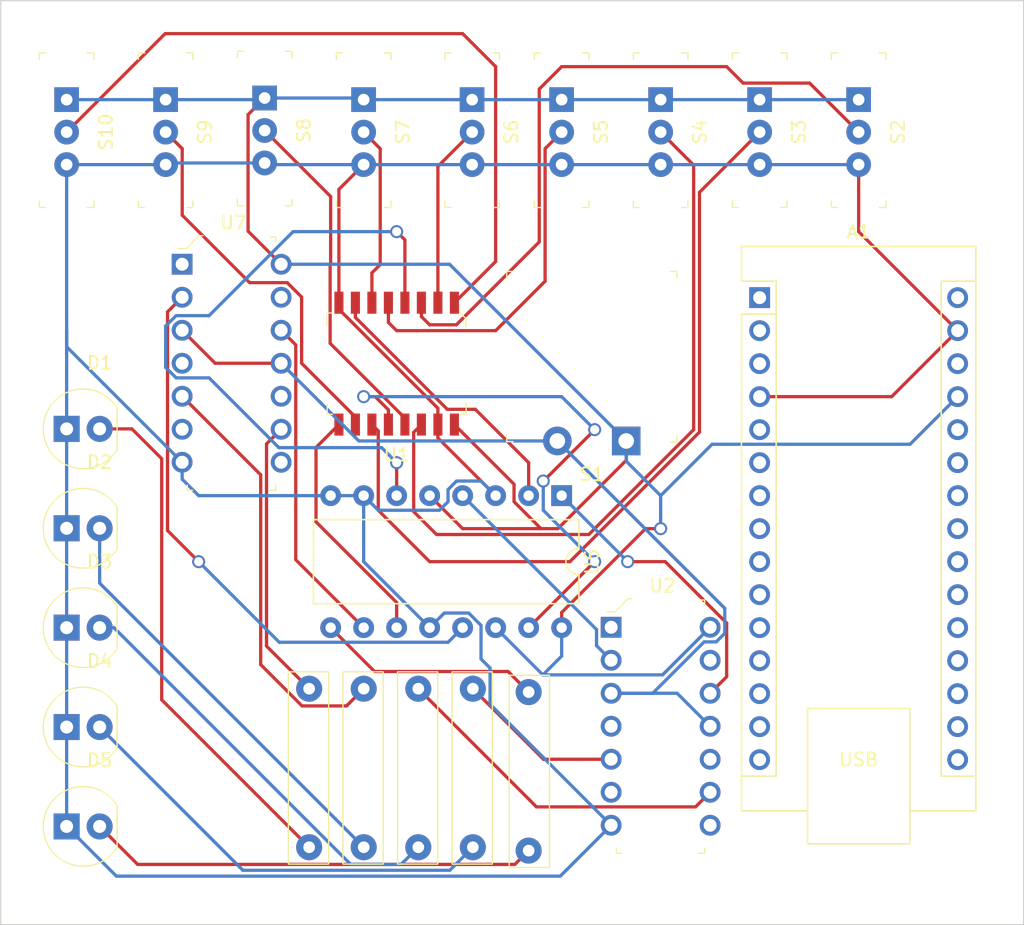
<source format=kicad_pcb>
(kicad_pcb (version 20221018) (generator pcbnew)
  (layers (0 "F.Cu" signal) (31 "B.Cu" signal) (34 "B.Paste" user) (35 "F.Paste" user) (36 "B.SilkS" user "B.Silkscreen") (37 "F.SilkS" user "F.Silkscreen") (38 "B.Mask" user) (39 "F.Mask" user) (44 "Edge.Cuts" user))
  (net 0 "")
  (net 1 "Net-(U1-I1a)")
  (net 2 "GND")
  (net 3 "Net-(U1-I0d)")
  (net 4 "Net-(U1-I0c)")
  (net 5 "Net-(U1-I0b)")
  (net 6 "Net-(U1-I0a)")
  (net 7 "Net-(U1-I1b)")
  (net 8 "Net-(U1-I1c)")
  (net 9 "Net-(U1-I1d)")
  (net 10 "Net-(U1-S)")
  (net 11 "Net-(U1-Zc)")
  (net 12 "Net-(U1-Zd)")
  (net 13 "Net-(U1-Za)")
  (net 14 "Net-(U1-Zb)")
  (net 15 "Net-(U2-1CLK)")
  (net 16 "Net-(D1-A)")
  (net 17 "Net-(D2-A)")
  (net 18 "Net-(D3-A)")
  (net 19 "Net-(D4-A)")
  (net 20 "Net-(D5-A)")
  (net 22 "Net-(U2-1D)")
  (net 24 "Net-(U2-1Q)")
  (net 27 "Net-(U2-2Q)")
  (net 29 "Net-(U2-2D)")
  (net 32 "Net-(U6-S3)")
  (net 34 "Net-(U7-1Q)")
  (net 37 "Net-(U7-2Q)")
  (net 39 "Net-(U6-S4)")
  (net 41 "Net-(U6-C4)")
  (net 42 "Net-(A1-+5V)")
  (footprint "digikey-footprints:PushButton_12x12mm_THT_GPTS203211B" (layer "F.Cu") (at 111.65 89.77 180)
    (fp_text reference "S1" (at 2.65 -2.57) (layer "F.SilkS"))
    (fp_text value "EG1218")
    (pad "1" thru_hole rect (at 0 0 180) (size 2.2 2.2) (drill 1.2) (layers "*.Cu" "*.Mask") (net 42 "Net-(A1-+5V)"))
    (pad "2" thru_hole circle (at 5.3 0 180) (size 2.2 2.2) (drill 1.2) (layers "*.Cu" "*.Mask") (net 15 "Net-(U2-1CLK)"))
  )
  (footprint "digikey-footprints:SOIC-16_W7.5mm" (layer "F.Cu") (at 93.98 83.82 180)
    (fp_text reference "U1" (at 0 -7) (layer "F.SilkS"))
    (fp_text value "74LS257")
    (pad "1" smd rect (at -4.445 4.69 180) (size 0.7 1.7) (layers "F.Cu" "F.Paste" "F.Mask") (net 10 "Net-(U1-S)"))
    (pad "2" smd rect (at -3.175 4.69 180) (size 0.7 1.7) (layers "F.Cu" "F.Paste" "F.Mask") (net 6 "Net-(U1-I0a)"))
    (pad "3" smd rect (at -1.905 4.69 180) (size 0.7 1.7) (layers "F.Cu" "F.Paste" "F.Mask") (net 1 "Net-(U1-I1a)"))
    (pad "4" smd rect (at -0.635 4.69 180) (size 0.7 1.7) (layers "F.Cu" "F.Paste" "F.Mask") (net 13 "Net-(U1-Za)"))
    (pad "5" smd rect (at 0.635 4.69 180) (size 0.7 1.7) (layers "F.Cu" "F.Paste" "F.Mask") (net 5 "Net-(U1-I0b)"))
    (pad "6" smd rect (at 1.905 4.69 180) (size 0.7 1.7) (layers "F.Cu" "F.Paste" "F.Mask") (net 7 "Net-(U1-I1b)"))
    (pad "7" smd rect (at 3.175 4.69 180) (size 0.7 1.7) (layers "F.Cu" "F.Paste" "F.Mask") (net 14 "Net-(U1-Zb)"))
    (pad "8" smd rect (at 4.445 4.69 180) (size 0.7 1.7) (layers "F.Cu" "F.Paste" "F.Mask") (net 2 "GND"))
    (pad "9" smd rect (at 4.445 -4.69 180) (size 0.7 1.7) (layers "F.Cu" "F.Paste" "F.Mask") (net 12 "Net-(U1-Zd)"))
    (pad "10" smd rect (at 3.175 -4.69 180) (size 0.7 1.7) (layers "F.Cu" "F.Paste" "F.Mask") (net 9 "Net-(U1-I1d)"))
    (pad "11" smd rect (at 1.905 -4.69 180) (size 0.7 1.7) (layers "F.Cu" "F.Paste" "F.Mask") (net 3 "Net-(U1-I0d)"))
    (pad "12" smd rect (at 0.635 -4.69 180) (size 0.7 1.7) (layers "F.Cu" "F.Paste" "F.Mask") (net 11 "Net-(U1-Zc)"))
    (pad "13" smd rect (at -0.635 -4.69 180) (size 0.7 1.7) (layers "F.Cu" "F.Paste" "F.Mask") (net 8 "Net-(U1-I1c)"))
    (pad "14" smd rect (at -1.905 -4.69 180) (size 0.7 1.7) (layers "F.Cu" "F.Paste" "F.Mask") (net 4 "Net-(U1-I0c)"))
    (pad "15" smd rect (at -3.175 -4.69 180) (size 0.7 1.7) (layers "F.Cu" "F.Paste" "F.Mask") (net 2 "GND"))
    (pad "16" smd rect (at -4.445 -4.69 180) (size 0.7 1.7) (layers "F.Cu" "F.Paste" "F.Mask") (net 42 "Net-(A1-+5V)"))
  )
  (footprint "digikey-footprints:DIP-14_W3mm" (layer "F.Cu") (at 77.47 76.17)
    (fp_text reference "U7" (at 3.94 -3.2) (layer "F.SilkS"))
    (fp_text value "SN74HC74N")
    (pad "1" thru_hole rect (at 0 0) (size 1.6 1.6) (drill 1) (layers "*.Cu" "*.Mask"))
    (pad "2" thru_hole circle (at 0 2.54) (size 1.6 1.6) (drill 1) (layers "*.Cu" "*.Mask") (net 32 "Net-(U6-S3)"))
    (pad "3" thru_hole circle (at 0 5.08) (size 1.6 1.6) (drill 1) (layers "*.Cu" "*.Mask") (net 15 "Net-(U2-1CLK)"))
    (pad "4" thru_hole circle (at 0 7.62) (size 1.6 1.6) (drill 1) (layers "*.Cu" "*.Mask"))
    (pad "5" thru_hole circle (at 0 10.16) (size 1.6 1.6) (drill 1) (layers "*.Cu" "*.Mask") (net 34 "Net-(U7-1Q)"))
    (pad "6" thru_hole circle (at 0 12.7) (size 1.6 1.6) (drill 1) (layers "*.Cu" "*.Mask"))
    (pad "7" thru_hole circle (at 0 15.24) (size 1.6 1.6) (drill 1) (layers "*.Cu" "*.Mask") (net 2 "GND"))
    (pad "8" thru_hole circle (at 7.62 15.24) (size 1.6 1.6) (drill 1) (layers "*.Cu" "*.Mask"))
    (pad "9" thru_hole circle (at 7.62 12.7) (size 1.6 1.6) (drill 1) (layers "*.Cu" "*.Mask") (net 37 "Net-(U7-2Q)"))
    (pad "10" thru_hole circle (at 7.62 10.16) (size 1.6 1.6) (drill 1) (layers "*.Cu" "*.Mask"))
    (pad "11" thru_hole circle (at 7.62 7.62) (size 1.6 1.6) (drill 1) (layers "*.Cu" "*.Mask") (net 15 "Net-(U2-1CLK)"))
    (pad "12" thru_hole circle (at 7.62 5.08) (size 1.6 1.6) (drill 1) (layers "*.Cu" "*.Mask") (net 39 "Net-(U6-S4)"))
    (pad "13" thru_hole circle (at 7.62 2.54) (size 1.6 1.6) (drill 1) (layers "*.Cu" "*.Mask"))
    (pad "14" thru_hole circle (at 7.62 0) (size 1.6 1.6) (drill 1) (layers "*.Cu" "*.Mask") (net 42 "Net-(A1-+5V)"))
  )
  (footprint "Userlib:R_1watt" (layer "F.Cu") (at 87.245 115.84 90)
    (fp_text reference "R1" hide)
    (fp_text value "330" hide)
    (pad "1" thru_hole circle (at 7 0 90) (size 2 2) (drill 0.9) (layers "*.Cu" "*.Mask") (net 37 "Net-(U7-2Q)"))
    (pad "2" thru_hole circle (at -5.2 0 90) (size 2 2) (drill 0.9) (layers "*.Cu" "*.Mask") (net 16 "Net-(D1-A)"))
  )
  (footprint "digikey-footprints:Switch_Slide_11.6x4mm_EG1218" (layer "F.Cu") (at 121.92 63.5 -90)
    (fp_text reference "S3" (at 2.49 -3.02 90) (layer "F.SilkS"))
    (fp_text value "EG1218")
    (pad "1" thru_hole rect (at 0 0 270) (size 1.9 1.9) (drill 0.9) (layers "*.Cu" "*.Mask") (net 42 "Net-(A1-+5V)"))
    (pad "2" thru_hole circle (at 2.5 0 270) (size 1.9 1.9) (drill 0.9) (layers "*.Cu" "*.Mask") (net 3 "Net-(U1-I0d)"))
    (pad "3" thru_hole circle (at 5 0 270) (size 1.9 1.9) (drill 0.9) (layers "*.Cu" "*.Mask") (net 2 "GND"))
  )
  (footprint "digikey-footprints:LED_5mm_Radial" (layer "F.Cu") (at 71.12 111.79)
    (fp_text reference "D4" (at 0 -5.08) (layer "F.SilkS"))
    (fp_text value "LED")
    (pad "1" thru_hole rect (at -2.54 0) (size 2 2) (drill 1) (layers "*.Cu" "*.Mask") (net 2 "GND"))
    (pad "2" thru_hole circle (at 0 0) (size 2 2) (drill 1) (layers "*.Cu" "*.Mask") (net 19 "Net-(D4-A)"))
  )
  (footprint "digikey-footprints:Switch_Slide_11.6x4mm_EG1218" (layer "F.Cu") (at 83.82 63.375 -90)
    (fp_text reference "S8" (at 2.49 -3.02 90) (layer "F.SilkS"))
    (fp_text value "EG1218")
    (pad "1" thru_hole rect (at 0 0 270) (size 1.9 1.9) (drill 0.9) (layers "*.Cu" "*.Mask") (net 42 "Net-(A1-+5V)"))
    (pad "2" thru_hole circle (at 2.5 0 270) (size 1.9 1.9) (drill 0.9) (layers "*.Cu" "*.Mask") (net 8 "Net-(U1-I1c)"))
    (pad "3" thru_hole circle (at 5 0 270) (size 1.9 1.9) (drill 0.9) (layers "*.Cu" "*.Mask") (net 2 "GND"))
  )
  (footprint "digikey-footprints:Switch_Slide_11.6x4mm_EG1218" (layer "F.Cu") (at 68.58 63.5 -90)
    (fp_text reference "S10" (at 2.49 -3.02 90) (layer "F.SilkS"))
    (fp_text value "EG1218")
    (pad "1" thru_hole rect (at 0 0 270) (size 1.9 1.9) (drill 0.9) (layers "*.Cu" "*.Mask") (net 42 "Net-(A1-+5V)"))
    (pad "2" thru_hole circle (at 2.5 0 270) (size 1.9 1.9) (drill 0.9) (layers "*.Cu" "*.Mask") (net 10 "Net-(U1-S)"))
    (pad "3" thru_hole circle (at 5 0 270) (size 1.9 1.9) (drill 0.9) (layers "*.Cu" "*.Mask") (net 2 "GND"))
  )
  (footprint "digikey-footprints:LED_5mm_Radial" (layer "F.Cu") (at 71.12 88.84)
    (fp_text reference "D1" (at 0 -5.08) (layer "F.SilkS"))
    (fp_text value "LED")
    (pad "1" thru_hole rect (at -2.54 0) (size 2 2) (drill 1) (layers "*.Cu" "*.Mask") (net 2 "GND"))
    (pad "2" thru_hole circle (at 0 0) (size 2 2) (drill 1) (layers "*.Cu" "*.Mask") (net 16 "Net-(D1-A)"))
  )
  (footprint "digikey-footprints:Switch_Slide_11.6x4mm_EG1218" (layer "F.Cu") (at 114.3 63.5 -90)
    (fp_text reference "S4" (at 2.49 -3.02 90) (layer "F.SilkS"))
    (fp_text value "EG1218")
    (pad "1" thru_hole rect (at 0 0 270) (size 1.9 1.9) (drill 0.9) (layers "*.Cu" "*.Mask") (net 42 "Net-(A1-+5V)"))
    (pad "2" thru_hole circle (at 2.5 0 270) (size 1.9 1.9) (drill 0.9) (layers "*.Cu" "*.Mask") (net 4 "Net-(U1-I0c)"))
    (pad "3" thru_hole circle (at 5 0 270) (size 1.9 1.9) (drill 0.9) (layers "*.Cu" "*.Mask") (net 2 "GND"))
  )
  (footprint "Package_DIP:DIP-16_W10.16mm" (layer "F.Cu") (at 106.68 93.98 -90)
    (fp_text reference "U6" (at 5.08 -2.33 90) (layer "F.SilkS"))
    (fp_text value "74LS283")
    (pad "1" thru_hole rect (at 0 0 270) (size 1.6 1.6) (drill 0.8) (layers "*.Cu" "*.Mask") (net 29 "Net-(U2-2D)"))
    (pad "2" thru_hole oval (at 0 2.54 270) (size 1.6 1.6) (drill 0.8) (layers "*.Cu" "*.Mask") (net 14 "Net-(U1-Zb)"))
    (pad "3" thru_hole oval (at 0 5.08 270) (size 1.6 1.6) (drill 0.8) (layers "*.Cu" "*.Mask") (net 2 "GND"))
    (pad "4" thru_hole oval (at 0 7.62 270) (size 1.6 1.6) (drill 0.8) (layers "*.Cu" "*.Mask") (net 22 "Net-(U2-1D)"))
    (pad "5" thru_hole oval (at 0 10.16 270) (size 1.6 1.6) (drill 0.8) (layers "*.Cu" "*.Mask") (net 42 "Net-(A1-+5V)"))
    (pad "6" thru_hole oval (at 0 12.7 270) (size 1.6 1.6) (drill 0.8) (layers "*.Cu" "*.Mask") (net 13 "Net-(U1-Za)"))
    (pad "7" thru_hole oval (at 0 15.24 270) (size 1.6 1.6) (drill 0.8) (layers "*.Cu" "*.Mask") (net 2 "GND"))
    (pad "8" thru_hole oval (at 0 17.78 270) (size 1.6 1.6) (drill 0.8) (layers "*.Cu" "*.Mask") (net 2 "GND"))
    (pad "9" thru_hole oval (at 10.16 17.78 270) (size 1.6 1.6) (drill 0.8) (layers "*.Cu" "*.Mask") (net 41 "Net-(U6-C4)"))
    (pad "10" thru_hole oval (at 10.16 15.24 270) (size 1.6 1.6) (drill 0.8) (layers "*.Cu" "*.Mask") (net 39 "Net-(U6-S4)"))
    (pad "11" thru_hole oval (at 10.16 12.7 270) (size 1.6 1.6) (drill 0.8) (layers "*.Cu" "*.Mask") (net 12 "Net-(U1-Zd)"))
    (pad "12" thru_hole oval (at 10.16 10.16 270) (size 1.6 1.6) (drill 0.8) (layers "*.Cu" "*.Mask") (net 2 "GND"))
    (pad "13" thru_hole oval (at 10.16 7.62 270) (size 1.6 1.6) (drill 0.8) (layers "*.Cu" "*.Mask") (net 32 "Net-(U6-S3)"))
    (pad "14" thru_hole oval (at 10.16 5.08 270) (size 1.6 1.6) (drill 0.8) (layers "*.Cu" "*.Mask") (net 42 "Net-(A1-+5V)"))
    (pad "15" thru_hole oval (at 10.16 2.54 270) (size 1.6 1.6) (drill 0.8) (layers "*.Cu" "*.Mask") (net 11 "Net-(U1-Zc)"))
    (pad "16" thru_hole oval (at 10.16 0 270) (size 1.6 1.6) (drill 0.8) (layers "*.Cu" "*.Mask") (net 42 "Net-(A1-+5V)"))
  )
  (footprint "Module:Arduino_Nano" (layer "F.Cu") (at 121.92 78.74)
    (fp_text reference "A1" (at 7.62 -5.08) (layer "F.SilkS"))
    (fp_text value "Arduino_Nano_v3.x")
    (fp_text user "USB" (at 7.62 35.56 unlocked) (layer "F.SilkS"))
    (pad "1" thru_hole rect (at 0 0) (size 1.6 1.6) (drill 1) (layers "*.Cu" "*.Mask"))
    (pad "2" thru_hole oval (at 0 2.54) (size 1.6 1.6) (drill 1) (layers "*.Cu" "*.Mask"))
    (pad "3" thru_hole oval (at 0 5.08) (size 1.6 1.6) (drill 1) (layers "*.Cu" "*.Mask"))
    (pad "4" thru_hole oval (at 0 7.62) (size 1.6 1.6) (drill 1) (layers "*.Cu" "*.Mask") (net 2 "GND"))
    (pad "5" thru_hole oval (at 0 10.16) (size 1.6 1.6) (drill 1) (layers "*.Cu" "*.Mask"))
    (pad "6" thru_hole oval (at 0 12.7) (size 1.6 1.6) (drill 1) (layers "*.Cu" "*.Mask"))
    (pad "7" thru_hole oval (at 0 15.24) (size 1.6 1.6) (drill 1) (layers "*.Cu" "*.Mask"))
    (pad "8" thru_hole oval (at 0 17.78) (size 1.6 1.6) (drill 1) (layers "*.Cu" "*.Mask"))
    (pad "9" thru_hole oval (at 0 20.32) (size 1.6 1.6) (drill 1) (layers "*.Cu" "*.Mask"))
    (pad "10" thru_hole oval (at 0 22.86) (size 1.6 1.6) (drill 1) (layers "*.Cu" "*.Mask"))
    (pad "11" thru_hole oval (at 0 25.4) (size 1.6 1.6) (drill 1) (layers "*.Cu" "*.Mask"))
    (pad "12" thru_hole oval (at 0 27.94) (size 1.6 1.6) (drill 1) (layers "*.Cu" "*.Mask"))
    (pad "13" thru_hole oval (at 0 30.48) (size 1.6 1.6) (drill 1) (layers "*.Cu" "*.Mask"))
    (pad "14" thru_hole oval (at 0 33.02) (size 1.6 1.6) (drill 1) (layers "*.Cu" "*.Mask"))
    (pad "15" thru_hole oval (at 0 35.56) (size 1.6 1.6) (drill 1) (layers "*.Cu" "*.Mask"))
    (pad "16" thru_hole oval (at 15.24 35.56) (size 1.6 1.6) (drill 1) (layers "*.Cu" "*.Mask"))
    (pad "17" thru_hole oval (at 15.24 33.02) (size 1.6 1.6) (drill 1) (layers "*.Cu" "*.Mask"))
    (pad "18" thru_hole oval (at 15.24 30.48) (size 1.6 1.6) (drill 1) (layers "*.Cu" "*.Mask"))
    (pad "19" thru_hole oval (at 15.24 27.94) (size 1.6 1.6) (drill 1) (layers "*.Cu" "*.Mask"))
    (pad "20" thru_hole oval (at 15.24 25.4) (size 1.6 1.6) (drill 1) (layers "*.Cu" "*.Mask"))
    (pad "21" thru_hole oval (at 15.24 22.86) (size 1.6 1.6) (drill 1) (layers "*.Cu" "*.Mask"))
    (pad "22" thru_hole oval (at 15.24 20.32) (size 1.6 1.6) (drill 1) (layers "*.Cu" "*.Mask"))
    (pad "23" thru_hole oval (at 15.24 17.78) (size 1.6 1.6) (drill 1) (layers "*.Cu" "*.Mask"))
    (pad "24" thru_hole oval (at 15.24 15.24) (size 1.6 1.6) (drill 1) (layers "*.Cu" "*.Mask"))
    (pad "25" thru_hole oval (at 15.24 12.7) (size 1.6 1.6) (drill 1) (layers "*.Cu" "*.Mask"))
    (pad "26" thru_hole oval (at 15.24 10.16) (size 1.6 1.6) (drill 1) (layers "*.Cu" "*.Mask"))
    (pad "27" thru_hole oval (at 15.24 7.62) (size 1.6 1.6) (drill 1) (layers "*.Cu" "*.Mask") (net 42 "Net-(A1-+5V)"))
    (pad "28" thru_hole oval (at 15.24 5.08) (size 1.6 1.6) (drill 1) (layers "*.Cu" "*.Mask"))
    (pad "29" thru_hole oval (at 15.24 2.54) (size 1.6 1.6) (drill 1) (layers "*.Cu" "*.Mask") (net 2 "GND"))
    (pad "30" thru_hole oval (at 15.24 0) (size 1.6 1.6) (drill 1) (layers "*.Cu" "*.Mask"))
  )
  (footprint "digikey-footprints:Switch_Slide_11.6x4mm_EG1218" (layer "F.Cu") (at 99.79 63.5 -90)
    (fp_text reference "S6" (at 2.49 -3.02 90) (layer "F.SilkS"))
    (fp_text value "EG1218")
    (pad "1" thru_hole rect (at 0 0 270) (size 1.9 1.9) (drill 0.9) (layers "*.Cu" "*.Mask") (net 42 "Net-(A1-+5V)"))
    (pad "2" thru_hole circle (at 2.5 0 270) (size 1.9 1.9) (drill 0.9) (layers "*.Cu" "*.Mask") (net 6 "Net-(U1-I0a)"))
    (pad "3" thru_hole circle (at 5 0 270) (size 1.9 1.9) (drill 0.9) (layers "*.Cu" "*.Mask") (net 2 "GND"))
  )
  (footprint "digikey-footprints:LED_5mm_Radial" (layer "F.Cu") (at 71.12 96.49)
    (fp_text reference "D2" (at 0 -5.08) (layer "F.SilkS"))
    (fp_text value "LED")
    (pad "1" thru_hole rect (at -2.54 0) (size 2 2) (drill 1) (layers "*.Cu" "*.Mask") (net 2 "GND"))
    (pad "2" thru_hole circle (at 0 0) (size 2 2) (drill 1) (layers "*.Cu" "*.Mask") (net 17 "Net-(D2-A)"))
  )
  (footprint "digikey-footprints:DIP-14_W3mm" (layer "F.Cu") (at 110.49 104.11)
    (fp_text reference "U2" (at 3.94 -3.2) (layer "F.SilkS"))
    (fp_text value "SN74HC74N")
    (pad "1" thru_hole rect (at 0 0) (size 1.6 1.6) (drill 1) (layers "*.Cu" "*.Mask"))
    (pad "2" thru_hole circle (at 0 2.54) (size 1.6 1.6) (drill 1) (layers "*.Cu" "*.Mask") (net 22 "Net-(U2-1D)"))
    (pad "3" thru_hole circle (at 0 5.08) (size 1.6 1.6) (drill 1) (layers "*.Cu" "*.Mask") (net 15 "Net-(U2-1CLK)"))
    (pad "4" thru_hole circle (at 0 7.62) (size 1.6 1.6) (drill 1) (layers "*.Cu" "*.Mask"))
    (pad "5" thru_hole circle (at 0 10.16) (size 1.6 1.6) (drill 1) (layers "*.Cu" "*.Mask") (net 24 "Net-(U2-1Q)"))
    (pad "6" thru_hole circle (at 0 12.7) (size 1.6 1.6) (drill 1) (layers "*.Cu" "*.Mask"))
    (pad "7" thru_hole circle (at 0 15.24) (size 1.6 1.6) (drill 1) (layers "*.Cu" "*.Mask") (net 2 "GND"))
    (pad "8" thru_hole circle (at 7.62 15.24) (size 1.6 1.6) (drill 1) (layers "*.Cu" "*.Mask"))
    (pad "9" thru_hole circle (at 7.62 12.7) (size 1.6 1.6) (drill 1) (layers "*.Cu" "*.Mask") (net 27 "Net-(U2-2Q)"))
    (pad "10" thru_hole circle (at 7.62 10.16) (size 1.6 1.6) (drill 1) (layers "*.Cu" "*.Mask"))
    (pad "11" thru_hole circle (at 7.62 7.62) (size 1.6 1.6) (drill 1) (layers "*.Cu" "*.Mask") (net 15 "Net-(U2-1CLK)"))
    (pad "12" thru_hole circle (at 7.62 5.08) (size 1.6 1.6) (drill 1) (layers "*.Cu" "*.Mask") (net 29 "Net-(U2-2D)"))
    (pad "13" thru_hole circle (at 7.62 2.54) (size 1.6 1.6) (drill 1) (layers "*.Cu" "*.Mask"))
    (pad "14" thru_hole circle (at 7.62 0) (size 1.6 1.6) (drill 1) (layers "*.Cu" "*.Mask") (net 42 "Net-(A1-+5V)"))
  )
  (footprint "digikey-footprints:LED_5mm_Radial" (layer "F.Cu") (at 71.12 104.14)
    (fp_text reference "D3" (at 0 -5.08) (layer "F.SilkS"))
    (fp_text value "LED")
    (pad "1" thru_hole rect (at -2.54 0) (size 2 2) (drill 1) (layers "*.Cu" "*.Mask") (net 2 "GND"))
    (pad "2" thru_hole circle (at 0 0) (size 2 2) (drill 1) (layers "*.Cu" "*.Mask") (net 18 "Net-(D3-A)"))
  )
  (footprint "Userlib:R_1watt" (layer "F.Cu") (at 91.445 115.84 90)
    (fp_text reference "R2" hide)
    (fp_text value "330" hide)
    (pad "1" thru_hole circle (at 7 0 90) (size 2 2) (drill 0.9) (layers "*.Cu" "*.Mask") (net 34 "Net-(U7-1Q)"))
    (pad "2" thru_hole circle (at -5.2 0 90) (size 2 2) (drill 0.9) (layers "*.Cu" "*.Mask") (net 17 "Net-(D2-A)"))
  )
  (footprint "digikey-footprints:Switch_Slide_11.6x4mm_EG1218" (layer "F.Cu") (at 106.68 63.5 -90)
    (fp_text reference "S5" (at 2.49 -3.02 90) (layer "F.SilkS"))
    (fp_text value "EG1218")
    (pad "1" thru_hole rect (at 0 0 270) (size 1.9 1.9) (drill 0.9) (layers "*.Cu" "*.Mask") (net 42 "Net-(A1-+5V)"))
    (pad "2" thru_hole circle (at 2.5 0 270) (size 1.9 1.9) (drill 0.9) (layers "*.Cu" "*.Mask") (net 5 "Net-(U1-I0b)"))
    (pad "3" thru_hole circle (at 5 0 270) (size 1.9 1.9) (drill 0.9) (layers "*.Cu" "*.Mask") (net 2 "GND"))
  )
  (footprint "Userlib:R_1watt" (layer "F.Cu") (at 104.14 114.3 -90)
    (fp_text reference "R5" hide)
    (fp_text value "330" hide)
    (pad "1" thru_hole circle (at 7 0 270) (size 2 2) (drill 0.9) (layers "*.Cu" "*.Mask") (net 20 "Net-(D5-A)"))
    (pad "2" thru_hole circle (at -5.2 0 270) (size 2 2) (drill 0.9) (layers "*.Cu" "*.Mask") (net 41 "Net-(U6-C4)"))
  )
  (footprint "Userlib:R_1watt" (layer "F.Cu") (at 95.645 115.84 90)
    (fp_text reference "R3" hide)
    (fp_text value "330" hide)
    (pad "1" thru_hole circle (at 7 0 90) (size 2 2) (drill 0.9) (layers "*.Cu" "*.Mask") (net 27 "Net-(U2-2Q)"))
    (pad "2" thru_hole circle (at -5.2 0 90) (size 2 2) (drill 0.9) (layers "*.Cu" "*.Mask") (net 18 "Net-(D3-A)"))
  )
  (footprint "Userlib:R_1watt" (layer "F.Cu") (at 99.845 115.84 90)
    (fp_text reference "R4" hide)
    (fp_text value "330" hide)
    (pad "1" thru_hole circle (at 7 0 90) (size 2 2) (drill 0.9) (layers "*.Cu" "*.Mask") (net 24 "Net-(U2-1Q)"))
    (pad "2" thru_hole circle (at -5.2 0 90) (size 2 2) (drill 0.9) (layers "*.Cu" "*.Mask") (net 19 "Net-(D4-A)"))
  )
  (footprint "digikey-footprints:Switch_Slide_11.6x4mm_EG1218" (layer "F.Cu") (at 76.2 63.5 -90)
    (fp_text reference "S9" (at 2.49 -3.02 90) (layer "F.SilkS"))
    (fp_text value "EG1218")
    (pad "1" thru_hole rect (at 0 0 270) (size 1.9 1.9) (drill 0.9) (layers "*.Cu" "*.Mask") (net 42 "Net-(A1-+5V)"))
    (pad "2" thru_hole circle (at 2.5 0 270) (size 1.9 1.9) (drill 0.9) (layers "*.Cu" "*.Mask") (net 9 "Net-(U1-I1d)"))
    (pad "3" thru_hole circle (at 5 0 270) (size 1.9 1.9) (drill 0.9) (layers "*.Cu" "*.Mask") (net 2 "GND"))
  )
  (footprint "digikey-footprints:LED_5mm_Radial" (layer "F.Cu") (at 71.12 119.44)
    (fp_text reference "D5" (at 0 -5.08) (layer "F.SilkS"))
    (fp_text value "LED")
    (pad "1" thru_hole rect (at -2.54 0) (size 2 2) (drill 1) (layers "*.Cu" "*.Mask") (net 2 "GND"))
    (pad "2" thru_hole circle (at 0 0) (size 2 2) (drill 1) (layers "*.Cu" "*.Mask") (net 20 "Net-(D5-A)"))
  )
  (footprint "digikey-footprints:Switch_Slide_11.6x4mm_EG1218" (layer "F.Cu") (at 91.44 63.5 -90)
    (fp_text reference "S7" (at 2.49 -3.02 90) (layer "F.SilkS"))
    (fp_text value "EG1218")
    (pad "1" thru_hole rect (at 0 0 270) (size 1.9 1.9) (drill 0.9) (layers "*.Cu" "*.Mask") (net 42 "Net-(A1-+5V)"))
    (pad "2" thru_hole circle (at 2.5 0 270) (size 1.9 1.9) (drill 0.9) (layers "*.Cu" "*.Mask") (net 7 "Net-(U1-I1b)"))
    (pad "3" thru_hole circle (at 5 0 270) (size 1.9 1.9) (drill 0.9) (layers "*.Cu" "*.Mask") (net 2 "GND"))
  )
  (footprint "digikey-footprints:Switch_Slide_11.6x4mm_EG1218" (layer "F.Cu") (at 129.54 63.5 -90)
    (fp_text reference "S2" (at 2.49 -3.02 90) (layer "F.SilkS"))
    (fp_text value "EG1218")
    (pad "1" thru_hole rect (at 0 0 270) (size 1.9 1.9) (drill 0.9) (layers "*.Cu" "*.Mask") (net 42 "Net-(A1-+5V)"))
    (pad "2" thru_hole circle (at 2.5 0 270) (size 1.9 1.9) (drill 0.9) (layers "*.Cu" "*.Mask") (net 1 "Net-(U1-I1a)"))
    (pad "3" thru_hole circle (at 5 0 270) (size 1.9 1.9) (drill 0.9) (layers "*.Cu" "*.Mask") (net 2 "GND"))
  )
  (gr_rect (start 63.5 55.88) (end 142.24 127) (stroke (width 0.1)) (fill none) (layer "Edge.Cuts"))
  (segment (start 104.955 62.685) (end 106.68 60.96) (width 0.25) (layer "F.Cu") (net 1))
  (segment (start 98.575 80.83) (end 104.955 74.45) (width 0.25) (layer "F.Cu") (net 1))
  (segment (start 96.52 80.83) (end 98.575 80.83) (width 0.25) (layer "F.Cu") (net 1))
  (segment (start 104.955 74.45) (end 104.955 62.685) (width 0.25) (layer "F.Cu") (net 1))
  (segment (start 106.68 60.96) (end 119.38 60.96) (width 0.25) (layer "F.Cu") (net 1))
  (segment (start 95.885 79.13) (end 95.885 80.195) (width 0.25) (layer "F.Cu") (net 1))
  (segment (start 95.885 80.195) (end 96.52 80.83) (width 0.25) (layer "F.Cu") (net 1))
  (segment (start 120.645 62.225) (end 125.765 62.225) (width 0.25) (layer "F.Cu") (net 1))
  (segment (start 125.765 62.225) (end 129.54 66) (width 0.25) (layer "F.Cu") (net 1))
  (segment (start 119.38 60.96) (end 120.645 62.225) (width 0.25) (layer "F.Cu") (net 1))
  (segment (start 89.535 79.13) (end 89.535 70.405) (width 0.25) (layer "F.Cu") (net 2))
  (segment (start 83.695 68.5) (end 83.82 68.375) (width 0.25) (layer "F.Cu") (net 2))
  (segment (start 89.535 79.13) (end 89.535 79.63) (width 0.25) (layer "F.Cu") (net 2))
  (segment (start 97.155 87.25) (end 97.155 88.51) (width 0.25) (layer "F.Cu") (net 2))
  (segment (start 121.92 86.36) (end 132.08 86.36) (width 0.25) (layer "F.Cu") (net 2))
  (segment (start 129.54 73.66) (end 129.54 68.5) (width 0.25) (layer "F.Cu") (net 2))
  (segment (start 89.535 70.405) (end 91.44 68.5) (width 0.25) (layer "F.Cu") (net 2))
  (segment (start 89.535 79.63) (end 97.155 87.25) (width 0.25) (layer "F.Cu") (net 2))
  (segment (start 132.08 86.36) (end 137.16 81.28) (width 0.25) (layer "F.Cu") (net 2))
  (segment (start 137.16 81.28) (end 129.54 73.66) (width 0.25) (layer "F.Cu") (net 2))
  (segment (start 97.155 88.51) (end 97.155 89.535) (width 0.25) (layer "F.Cu") (net 2))
  (segment (start 97.155 89.535) (end 101.6 93.98) (width 0.25) (layer "F.Cu") (net 2))
  (segment (start 91.315 68.375) (end 91.44 68.5) (width 0.25) (layer "F.Cu") (net 2))
  (segment (start 68.58 88.84) (end 68.58 96.49) (width 0.25) (layer "B.Cu") (net 2))
  (segment (start 77.47 91.41) (end 77.47 92.71) (width 0.25) (layer "B.Cu") (net 2))
  (segment (start 129.54 68.5) (end 121.92 68.5) (width 0.25) (layer "B.Cu") (net 2))
  (segment (start 78.74 93.98) (end 88.9 93.98) (width 0.25) (layer "B.Cu") (net 2))
  (segment (start 68.58 96.49) (end 68.58 104.14) (width 0.25) (layer "B.Cu") (net 2))
  (segment (start 100.475 103.964009) (end 100.475 106.553833) (width 0.25) (layer "B.Cu") (net 2))
  (segment (start 91.44 93.98) (end 92.565 95.105) (width 0.25) (layer "B.Cu") (net 2))
  (segment (start 92.565 95.105) (end 97.275991 95.105) (width 0.25) (layer "B.Cu") (net 2))
  (segment (start 88.9 93.98) (end 91.44 93.98) (width 0.25) (layer "B.Cu") (net 2))
  (segment (start 68.58 82.52) (end 77.47 91.41) (width 0.25) (layer "B.Cu") (net 2))
  (segment (start 106.575 123.265) (end 110.49 119.35) (width 0.25) (layer "B.Cu") (net 2))
  (segment (start 77.47 92.71) (end 78.74 93.98) (width 0.25) (layer "B.Cu") (net 2))
  (segment (start 72.405 123.265) (end 106.575 123.265) (width 0.25) (layer "B.Cu") (net 2))
  (segment (start 97.645 103.015) (end 99.525991 103.015) (width 0.25) (layer "B.Cu") (net 2))
  (segment (start 68.58 111.79) (end 68.58 119.44) (width 0.25) (layer "B.Cu") (net 2))
  (segment (start 97.275991 95.105) (end 97.935 94.445991) (width 0.25) (layer "B.Cu") (net 2))
  (segment (start 99.525991 103.015) (end 100.475 103.964009) (width 0.25) (layer "B.Cu") (net 2))
  (segment (start 68.58 104.14) (end 68.58 111.79) (width 0.25) (layer "B.Cu") (net 2))
  (segment (start 76.325 68.375) (end 76.2 68.5) (width 0.25) (layer "B.Cu") (net 2))
  (segment (start 100.475 92.855) (end 101.6 93.98) (width 0.25) (layer "B.Cu") (net 2))
  (segment (start 114.3 68.5) (end 106.68 68.5) (width 0.25) (layer "B.Cu") (net 2))
  (segment (start 76.2 68.5) (end 68.58 68.5) (width 0.25) (layer "B.Cu") (net 2))
  (segment (start 101.17 110.03) (end 110.49 119.35) (width 0.25) (layer "B.Cu") (net 2))
  (segment (start 91.44 93.98) (end 91.44 99.06) (width 0.25) (layer "B.Cu") (net 2))
  (segment (start 68.58 68.5) (end 68.58 81.28) (width 0.25) (layer "B.Cu") (net 2))
  (segment (start 106.68 68.5) (end 99.79 68.5) (width 0.25) (layer "B.Cu") (net 2))
  (segment (start 68.58 81.28) (end 68.58 82.52) (width 0.25) (layer "B.Cu") (net 2))
  (segment (start 83.82 68.375) (end 76.325 68.375) (width 0.25) (layer "B.Cu") (net 2))
  (segment (start 68.58 119.44) (end 72.405 123.265) (width 0.25) (layer "B.Cu") (net 2))
  (segment (start 97.935 93.514009) (end 98.594009 92.855) (width 0.25) (layer "B.Cu") (net 2))
  (segment (start 83.945 68.5) (end 83.82 68.375) (width 0.25) (layer "B.Cu") (net 2))
  (segment (start 96.52 104.14) (end 97.645 103.015) (width 0.25) (layer "B.Cu") (net 2))
  (segment (start 98.594009 92.855) (end 100.475 92.855) (width 0.25) (layer "B.Cu") (net 2))
  (segment (start 97.935 94.445991) (end 97.935 93.514009) (width 0.25) (layer "B.Cu") (net 2))
  (segment (start 91.44 68.5) (end 83.945 68.5) (width 0.25) (layer "B.Cu") (net 2))
  (segment (start 99.79 68.5) (end 91.44 68.5) (width 0.25) (layer "B.Cu") (net 2))
  (segment (start 100.475 106.553833) (end 101.17 107.248833) (width 0.25) (layer "B.Cu") (net 2))
  (segment (start 101.17 107.248833) (end 101.17 110.03) (width 0.25) (layer "B.Cu") (net 2))
  (segment (start 91.44 99.06) (end 96.52 104.14) (width 0.25) (layer "B.Cu") (net 2))
  (segment (start 121.92 68.5) (end 114.3 68.5) (width 0.25) (layer "B.Cu") (net 2))
  (segment (start 68.58 88.84) (end 68.58 81.28) (width 0.25) (layer "B.Cu") (net 2))
  (segment (start 92.565 95.105) (end 96.52 99.06) (width 0.25) (layer "F.Cu") (net 3))
  (segment (start 107.316396 99.06) (end 117.29 89.086396) (width 0.25) (layer "F.Cu") (net 3))
  (segment (start 117.29 70.63) (end 121.92 66) (width 0.25) (layer "F.Cu") (net 3))
  (segment (start 92.075 88.51) (end 92.565 89) (width 0.25) (layer "F.Cu") (net 3))
  (segment (start 117.29 89.086396) (end 117.29 70.63) (width 0.25) (layer "F.Cu") (net 3))
  (segment (start 92.565 89) (end 92.565 95.105) (width 0.25) (layer "F.Cu") (net 3))
  (segment (start 96.52 99.06) (end 107.316396 99.06) (width 0.25) (layer "F.Cu") (net 3))
  (segment (start 97.05 96.97) (end 108.77 96.97) (width 0.25) (layer "F.Cu") (net 4))
  (segment (start 95.29 95.21) (end 97.05 96.97) (width 0.25) (layer "F.Cu") (net 4))
  (segment (start 95.29 89.105) (end 95.29 95.21) (width 0.25) (layer "F.Cu") (net 4))
  (segment (start 116.84 68.54) (end 114.3 66) (width 0.25) (layer "F.Cu") (net 4))
  (segment (start 95.885 88.51) (end 95.29 89.105) (width 0.25) (layer "F.Cu") (net 4))
  (segment (start 116.84 88.9) (end 116.84 68.54) (width 0.25) (layer "F.Cu") (net 4))
  (segment (start 108.77 96.97) (end 116.84 88.9) (width 0.25) (layer "F.Cu") (net 4))
  (segment (start 93.345 79.13) (end 93.345 80.645) (width 0.25) (layer "F.Cu") (net 5))
  (segment (start 105.405 77.475) (end 105.405 67.275) (width 0.25) (layer "F.Cu") (net 5))
  (segment (start 105.405 67.275) (end 106.68 66) (width 0.25) (layer "F.Cu") (net 5))
  (segment (start 93.345 80.645) (end 93.98 81.28) (width 0.25) (layer "F.Cu") (net 5))
  (segment (start 101.6 81.28) (end 105.405 77.475) (width 0.25) (layer "F.Cu") (net 5))
  (segment (start 93.98 81.28) (end 101.6 81.28) (width 0.25) (layer "F.Cu") (net 5))
  (segment (start 97.155 79.13) (end 97.155 68.635) (width 0.25) (layer "F.Cu") (net 6))
  (segment (start 97.155 68.635) (end 99.79 66) (width 0.25) (layer "F.Cu") (net 6))
  (segment (start 92.715 76.195) (end 92.715 67.275) (width 0.25) (layer "F.Cu") (net 7))
  (segment (start 92.075 79.13) (end 92.075 76.835) (width 0.25) (layer "F.Cu") (net 7))
  (segment (start 92.075 76.835) (end 92.715 76.195) (width 0.25) (layer "F.Cu") (net 7))
  (segment (start 92.715 67.275) (end 91.44 66) (width 0.25) (layer "F.Cu") (net 7))
  (segment (start 94.615 88.51) (end 94.615 88.01) (width 0.25) (layer "F.Cu") (net 8))
  (segment (start 94.615 88.01) (end 88.86 82.255) (width 0.25) (layer "F.Cu") (net 8))
  (segment (start 88.86 82.255) (end 88.86 76.24) (width 0.25) (layer "F.Cu") (net 8))
  (segment (start 88.86 76.24) (end 88.9 76.2) (width 0.25) (layer "F.Cu") (net 8))
  (segment (start 88.9 70.955) (end 83.82 65.875) (width 0.25) (layer "F.Cu") (net 8))
  (segment (start 88.9 76.2) (end 88.9 70.955) (width 0.25) (layer "F.Cu") (net 8))
  (segment (start 90.805 87.93) (end 90.805 88.51) (width 0.25) (layer "F.Cu") (net 9))
  (segment (start 82.665 77.585) (end 85.555991 77.585) (width 0.25) (layer "F.Cu") (net 9))
  (segment (start 77.475 67.275) (end 77.475 72.395) (width 0.25) (layer "F.Cu") (net 9))
  (segment (start 86.665 78.694009) (end 86.665 83.79) (width 0.25) (layer "F.Cu") (net 9))
  (segment (start 77.475 72.395) (end 82.665 77.585) (width 0.25) (layer "F.Cu") (net 9))
  (segment (start 86.665 83.79) (end 90.805 87.93) (width 0.25) (layer "F.Cu") (net 9))
  (segment (start 85.555991 77.585) (end 86.665 78.694009) (width 0.25) (layer "F.Cu") (net 9))
  (segment (start 76.2 66) (end 77.475 67.275) (width 0.25) (layer "F.Cu") (net 9))
  (segment (start 99.06 58.42) (end 76.16 58.42) (width 0.25) (layer "F.Cu") (net 10))
  (segment (start 76.16 58.42) (end 68.58 66) (width 0.25) (layer "F.Cu") (net 10))
  (segment (start 101.6 75.955) (end 101.6 60.96) (width 0.25) (layer "F.Cu") (net 10))
  (segment (start 98.425 79.13) (end 101.6 75.955) (width 0.25) (layer "F.Cu") (net 10))
  (segment (start 101.6 60.96) (end 99.06 58.42) (width 0.25) (layer "F.Cu") (net 10))
  (segment (start 109.22 99.06) (end 104.14 104.14) (width 0.25) (layer "F.Cu") (net 11))
  (segment (start 93.345 88.51) (end 93.345 87.376396) (width 0.25) (layer "F.Cu") (net 11))
  (segment (start 93.345 87.376396) (end 92.328604 86.36) (width 0.25) (layer "F.Cu") (net 11))
  (segment (start 109.22 88.915255) (end 105.282081 92.853174) (width 0.25) (layer "F.Cu") (net 11))
  (segment (start 109.22 88.9) (end 109.22 88.915255) (width 0.25) (layer "F.Cu") (net 11))
  (segment (start 105.282081 92.853174) (end 105.261545 92.853174) (width 0.25) (layer "F.Cu") (net 11))
  (segment (start 92.328604 86.36) (end 91.44 86.36) (width 0.25) (layer "F.Cu") (net 11))
  (via (at 105.261545 92.853174) (size 1) (drill 0.7) (layers "F.Cu" "B.Cu") (net 11))
  (via (at 109.22 88.9) (size 1) (drill 0.7) (layers "F.Cu" "B.Cu") (net 11))
  (via (at 91.44 86.36) (size 1) (drill 0.7) (layers "F.Cu" "B.Cu") (net 11))
  (via (at 109.22 99.06) (size 1) (drill 0.7) (layers "F.Cu" "B.Cu") (net 11))
  (segment (start 105.265 95.105) (end 109.22 99.06) (width 0.25) (layer "B.Cu") (net 11))
  (segment (start 105.261545 92.853174) (end 105.265 92.856629) (width 0.25) (layer "B.Cu") (net 11))
  (segment (start 105.265 92.856629) (end 105.265 95.105) (width 0.25) (layer "B.Cu") (net 11))
  (segment (start 106.68 86.36) (end 109.22 88.9) (width 0.25) (layer "B.Cu") (net 11))
  (segment (start 91.44 86.36) (end 106.68 86.36) (width 0.25) (layer "B.Cu") (net 11))
  (segment (start 93.98 102.203604) (end 93.98 104.14) (width 0.25) (layer "F.Cu") (net 12))
  (segment (start 87.775 95.998604) (end 93.98 102.203604) (width 0.25) (layer "F.Cu") (net 12))
  (segment (start 87.775 90.27) (end 87.775 95.998604) (width 0.25) (layer "F.Cu") (net 12))
  (segment (start 89.535 88.51) (end 87.775 90.27) (width 0.25) (layer "F.Cu") (net 12))
  (segment (start 93.98 73.66) (end 94.615 74.295) (width 0.25) (layer "F.Cu") (net 13))
  (segment (start 94.615 74.295) (end 94.615 79.13) (width 0.25) (layer "F.Cu") (net 13))
  (segment (start 93.98 93.98) (end 93.98 91.44) (width 0.25) (layer "F.Cu") (net 13))
  (via (at 93.98 73.66) (size 1) (drill 0.7) (layers "F.Cu" "B.Cu") (net 13))
  (via (at 93.98 91.44) (size 1) (drill 0.7) (layers "F.Cu" "B.Cu") (net 13))
  (segment (start 92.825 90.285) (end 84.914009 90.285) (width 0.25) (layer "B.Cu") (net 13))
  (segment (start 86.009009 73.66) (end 93.98 73.66) (width 0.25) (layer "B.Cu") (net 13))
  (segment (start 93.98 91.44) (end 92.825 90.285) (width 0.25) (layer "B.Cu") (net 13))
  (segment (start 76.2 80.929009) (end 77.004009 80.125) (width 0.25) (layer "B.Cu") (net 13))
  (segment (start 77.004009 84.915) (end 76.2 84.110991) (width 0.25) (layer "B.Cu") (net 13))
  (segment (start 77.004009 80.125) (end 79.544009 80.125) (width 0.25) (layer "B.Cu") (net 13))
  (segment (start 79.544009 84.915) (end 77.004009 84.915) (width 0.25) (layer "B.Cu") (net 13))
  (segment (start 84.914009 90.285) (end 79.544009 84.915) (width 0.25) (layer "B.Cu") (net 13))
  (segment (start 79.544009 80.125) (end 86.009009 73.66) (width 0.25) (layer "B.Cu") (net 13))
  (segment (start 76.2 84.110991) (end 76.2 80.929009) (width 0.25) (layer "B.Cu") (net 13))
  (segment (start 100.035 87.335) (end 104.14 91.44) (width 0.25) (layer "F.Cu") (net 14))
  (segment (start 90.805 79.13) (end 90.805 80.263604) (width 0.25) (layer "F.Cu") (net 14))
  (segment (start 104.14 91.44) (end 104.14 93.98) (width 0.25) (layer "F.Cu") (net 14))
  (segment (start 90.805 80.263604) (end 97.876396 87.335) (width 0.25) (layer "F.Cu") (net 14))
  (segment (start 97.876396 87.335) (end 100.035 87.335) (width 0.25) (layer "F.Cu") (net 14))
  (segment (start 80.01 83.79) (end 77.47 81.25) (width 0.25) (layer "F.Cu") (net 15))
  (segment (start 85.09 83.79) (end 80.01 83.79) (width 0.25) (layer "F.Cu") (net 15))
  (segment (start 119.235 102.655) (end 106.35 89.77) (width 0.25) (layer "B.Cu") (net 15))
  (segment (start 106.35 89.77) (end 91.07 89.77) (width 0.25) (layer "B.Cu") (net 15))
  (segment (start 110.49 109.19) (end 115.57 109.19) (width 0.25) (layer "B.Cu") (net 15))
  (segment (start 119.235 104.575991) (end 119.235 102.655) (width 0.25) (layer "B.Cu") (net 15))
  (segment (start 110.49 109.19) (end 113.689009 109.19) (width 0.25) (layer "B.Cu") (net 15))
  (segment (start 117.644009 105.235) (end 118.575991 105.235) (width 0.25) (layer "B.Cu") (net 15))
  (segment (start 113.689009 109.19) (end 117.644009 105.235) (width 0.25) (layer "B.Cu") (net 15))
  (segment (start 91.07 89.77) (end 85.09 83.79) (width 0.25) (layer "B.Cu") (net 15))
  (segment (start 115.57 109.19) (end 118.11 111.73) (width 0.25) (layer "B.Cu") (net 15))
  (segment (start 118.575991 105.235) (end 119.235 104.575991) (width 0.25) (layer "B.Cu") (net 15))
  (segment (start 73.6 88.84) (end 71.12 88.84) (width 0.25) (layer "F.Cu") (net 16))
  (segment (start 87.245 121.04) (end 75.895 109.69) (width 0.25) (layer "F.Cu") (net 16))
  (segment (start 75.895 91.135) (end 73.6 88.84) (width 0.25) (layer "F.Cu") (net 16))
  (segment (start 75.895 109.69) (end 75.895 91.135) (width 0.25) (layer "F.Cu") (net 16))
  (segment (start 71.75 96.49) (end 71.12 96.49) (width 0.25) (layer "F.Cu") (net 17))
  (segment (start 71.12 100.715) (end 71.12 96.49) (width 0.25) (layer "B.Cu") (net 17))
  (segment (start 91.445 121.04) (end 71.12 100.715) (width 0.25) (layer "B.Cu") (net 17))
  (segment (start 90.443833 122.365) (end 72.218833 104.14) (width 0.25) (layer "B.Cu") (net 18))
  (segment (start 72.218833 104.14) (end 71.12 104.14) (width 0.25) (layer "B.Cu") (net 18))
  (segment (start 95.645 121.04) (end 94.32 122.365) (width 0.25) (layer "B.Cu") (net 18))
  (segment (start 94.32 122.365) (end 90.443833 122.365) (width 0.25) (layer "B.Cu") (net 18))
  (segment (start 99.845 121.04) (end 98.07 122.815) (width 0.25) (layer "B.Cu") (net 19))
  (segment (start 98.07 122.815) (end 82.145 122.815) (width 0.25) (layer "B.Cu") (net 19))
  (segment (start 82.145 122.815) (end 71.12 111.79) (width 0.25) (layer "B.Cu") (net 19))
  (segment (start 103.075 122.365) (end 74.045 122.365) (width 0.25) (layer "F.Cu") (net 20))
  (segment (start 74.045 122.365) (end 71.12 119.44) (width 0.25) (layer "F.Cu") (net 20))
  (segment (start 104.14 121.3) (end 103.075 122.365) (width 0.25) (layer "F.Cu") (net 20))
  (segment (start 99.06 93.98) (end 109.365 104.285) (width 0.25) (layer "B.Cu") (net 22))
  (segment (start 109.365 105.525) (end 110.49 106.65) (width 0.25) (layer "B.Cu") (net 22))
  (segment (start 109.365 104.285) (end 109.365 105.525) (width 0.25) (layer "B.Cu") (net 22))
  (segment (start 105.275 114.27) (end 110.49 114.27) (width 0.25) (layer "F.Cu") (net 24))
  (segment (start 99.845 108.84) (end 105.275 114.27) (width 0.25) (layer "F.Cu") (net 24))
  (segment (start 104.74 117.935) (end 116.985 117.935) (width 0.25) (layer "F.Cu") (net 27))
  (segment (start 116.985 117.935) (end 118.11 116.81) (width 0.25) (layer "F.Cu") (net 27))
  (segment (start 95.645 108.84) (end 104.74 117.935) (width 0.25) (layer "F.Cu") (net 27))
  (segment (start 119.38 103.789009) (end 119.38 107.92) (width 0.25) (layer "F.Cu") (net 29))
  (segment (start 111.76 99.06) (end 114.650991 99.06) (width 0.25) (layer "F.Cu") (net 29))
  (segment (start 119.38 107.92) (end 118.11 109.19) (width 0.25) (layer "F.Cu") (net 29))
  (segment (start 114.650991 99.06) (end 119.38 103.789009) (width 0.25) (layer "F.Cu") (net 29))
  (via (at 111.76 99.06) (size 1) (drill 0.7) (layers "F.Cu" "B.Cu") (net 29))
  (segment (start 106.68 93.98) (end 111.76 99.06) (width 0.25) (layer "B.Cu") (net 29))
  (segment (start 76.345 96.665) (end 78.74 99.06) (width 0.25) (layer "F.Cu") (net 32))
  (segment (start 77.47 78.71) (end 76.345 79.835) (width 0.25) (layer "F.Cu") (net 32))
  (segment (start 76.345 79.835) (end 76.345 96.665) (width 0.25) (layer "F.Cu") (net 32))
  (via (at 78.74 99.06) (size 1) (drill 0.7) (layers "F.Cu" "B.Cu") (net 32))
  (segment (start 97.935 105.265) (end 99.06 104.14) (width 0.25) (layer "B.Cu") (net 32))
  (segment (start 84.945 105.265) (end 97.935 105.265) (width 0.25) (layer "B.Cu") (net 32))
  (segment (start 78.74 99.06) (end 84.945 105.265) (width 0.25) (layer "B.Cu") (net 32))
  (segment (start 83.515 106.983833) (end 83.515 92.375) (width 0.25) (layer "F.Cu") (net 34))
  (segment (start 86.696167 110.165) (end 83.515 106.983833) (width 0.25) (layer "F.Cu") (net 34))
  (segment (start 77.47 86.33) (end 83.515 92.375) (width 0.25) (layer "F.Cu") (net 34))
  (segment (start 91.445 108.84) (end 90.12 110.165) (width 0.25) (layer "F.Cu") (net 34))
  (segment (start 90.12 110.165) (end 86.696167 110.165) (width 0.25) (layer "F.Cu") (net 34))
  (segment (start 83.965 105.56) (end 83.965 89.995) (width 0.25) (layer "F.Cu") (net 37))
  (segment (start 87.245 108.84) (end 83.965 105.56) (width 0.25) (layer "F.Cu") (net 37))
  (segment (start 85.09 88.87) (end 83.965 89.995) (width 0.25) (layer "F.Cu") (net 37))
  (segment (start 86.215 98.915) (end 86.215 82.375) (width 0.25) (layer "F.Cu") (net 39))
  (segment (start 91.44 104.14) (end 86.215 98.915) (width 0.25) (layer "F.Cu") (net 39))
  (segment (start 86.215 82.375) (end 85.09 81.25) (width 0.25) (layer "F.Cu") (net 39))
  (segment (start 102.555 107.515) (end 104.14 109.1) (width 0.25) (layer "F.Cu") (net 41))
  (segment (start 88.9 104.14) (end 92.275 107.515) (width 0.25) (layer "F.Cu") (net 41))
  (segment (start 92.275 107.515) (end 102.555 107.515) (width 0.25) (layer "F.Cu") (net 41))
  (segment (start 96.52 93.98) (end 99.06 96.52) (width 0.25) (layer "F.Cu") (net 42))
  (segment (start 82.545 64.65) (end 82.545 73.625) (width 0.25) (layer "F.Cu") (net 42))
  (segment (start 106.39 96.52) (end 111.65 91.26) (width 0.25) (layer "F.Cu") (net 42))
  (segment (start 103.015 93.1) (end 103.015 94.445991) (width 0.25) (layer "F.Cu") (net 42))
  (segment (start 82.545 73.625) (end 85.09 76.17) (width 0.25) (layer "F.Cu") (net 42))
  (segment (start 111.65 91.26) (end 111.65 89.77) (width 0.25) (layer "F.Cu") (net 42))
  (segment (start 105.089009 96.52) (end 106.39 96.52) (width 0.25) (layer "F.Cu") (net 42))
  (segment (start 113.133273 96.52) (end 114.3 96.52) (width 0.25) (layer "F.Cu") (net 42))
  (segment (start 106.68 104.14) (end 106.68 102.973273) (width 0.25) (layer "F.Cu") (net 42))
  (segment (start 91.315 63.375) (end 91.44 63.5) (width 0.25) (layer "F.Cu") (net 42))
  (segment (start 103.015 94.445991) (end 105.089009 96.52) (width 0.25) (layer "F.Cu") (net 42))
  (segment (start 83.82 63.375) (end 82.545 64.65) (width 0.25) (layer "F.Cu") (net 42))
  (segment (start 99.06 96.52) (end 105.089009 96.52) (width 0.25) (layer "F.Cu") (net 42))
  (segment (start 106.68 102.973273) (end 113.133273 96.52) (width 0.25) (layer "F.Cu") (net 42))
  (segment (start 98.425 88.51) (end 103.015 93.1) (width 0.25) (layer "F.Cu") (net 42))
  (via (at 114.3 96.52) (size 1) (drill 0.7) (layers "F.Cu" "B.Cu") (net 42))
  (segment (start 98.05 76.17) (end 85.09 76.17) (width 0.25) (layer "B.Cu") (net 42))
  (segment (start 91.44 63.5) (end 99.79 63.5) (width 0.25) (layer "B.Cu") (net 42))
  (segment (start 114.3 96.52) (end 114.3 93.98) (width 0.25) (layer "B.Cu") (net 42))
  (segment (start 106.68 63.5) (end 114.3 63.5) (width 0.25) (layer "B.Cu") (net 42))
  (segment (start 114.3 63.5) (end 121.92 63.5) (width 0.25) (layer "B.Cu") (net 42))
  (segment (start 118.255 90.025) (end 114.3 93.98) (width 0.25) (layer "B.Cu") (net 42))
  (segment (start 76.2 63.5) (end 83.695 63.5) (width 0.25) (layer "B.Cu") (net 42))
  (segment (start 114.3 93.98) (end 111.65 91.33) (width 0.25) (layer "B.Cu") (net 42))
  (segment (start 83.82 63.375) (end 91.315 63.375) (width 0.25) (layer "B.Cu") (net 42))
  (segment (start 133.495 90.025) (end 118.255 90.025) (width 0.25) (layer "B.Cu") (net 42))
  (segment (start 91.315 63.375) (end 91.44 63.5) (width 0.25) (layer "B.Cu") (net 42))
  (segment (start 105.235 107.775) (end 114.445 107.775) (width 0.25) (layer "B.Cu") (net 42))
  (segment (start 68.58 63.5) (end 76.2 63.5) (width 0.25) (layer "B.Cu") (net 42))
  (segment (start 106.68 104.14) (end 106.68 106.33) (width 0.25) (layer "B.Cu") (net 42))
  (segment (start 83.695 63.5) (end 83.82 63.375) (width 0.25) (layer "B.Cu") (net 42))
  (segment (start 101.6 104.14) (end 105.235 107.775) (width 0.25) (layer "B.Cu") (net 42))
  (segment (start 137.16 86.36) (end 133.495 90.025) (width 0.25) (layer "B.Cu") (net 42))
  (segment (start 99.79 63.5) (end 106.68 63.5) (width 0.25) (layer "B.Cu") (net 42))
  (segment (start 121.92 63.5) (end 129.54 63.5) (width 0.25) (layer "B.Cu") (net 42))
  (segment (start 111.65 89.77) (end 98.05 76.17) (width 0.25) (layer "B.Cu") (net 42))
  (segment (start 114.445 107.775) (end 118.11 104.11) (width 0.25) (layer "B.Cu") (net 42))
  (segment (start 111.65 91.33) (end 111.65 89.77) (width 0.25) (layer "B.Cu") (net 42))
  (segment (start 106.68 106.33) (end 105.235 107.775) (width 0.25) (layer "B.Cu") (net 42))
)
</source>
